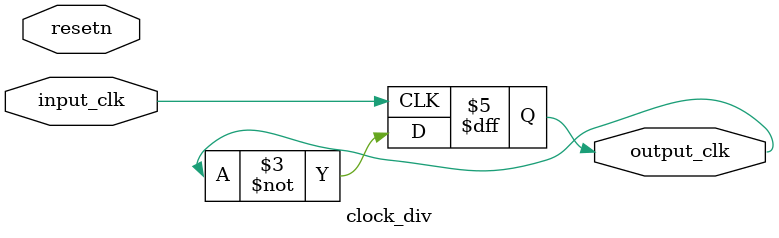
<source format=v>
module clock_div(resetn,input_clk, output_clk);
input input_clk,resetn;
output reg output_clk;
initial
begin
	output_clk = 0;
end
always @(posedge input_clk)
begin
	if(~resetn)
		output_clk <= 0;
	output_clk <= ~output_clk;
end
endmodule
</source>
